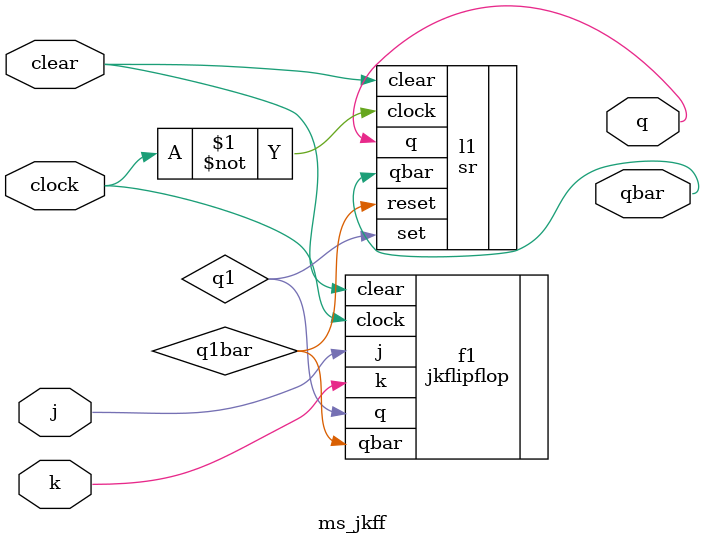
<source format=v>
`timescale 1ns / 1ps

module ms_jkff( q,qbar,clock,clear,j,k);
input clock,clear,j,k;
output wire q,qbar;
wire q1,q1bar;
jkflipflop f1(.q(q1),.qbar(q1bar),.j(j),.k(k),.clock(clock),.clear(clear));
  sr l1(.clock(~clock),.q(q),.qbar(qbar),.set(q1),.reset(q1bar),.clear(clear)); // latch holds the value for the flipflop


endmodule

</source>
